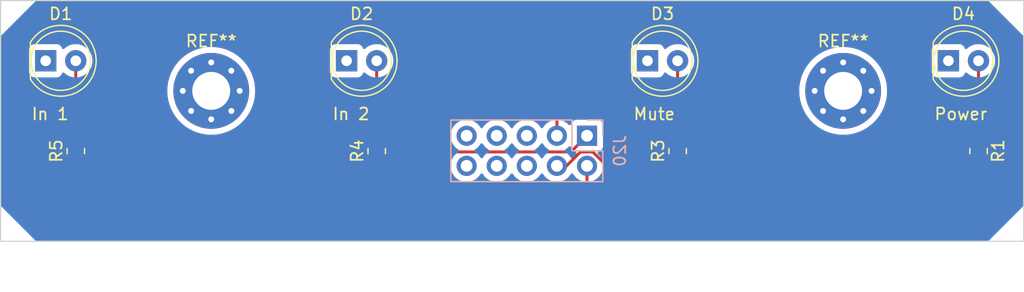
<source format=kicad_pcb>
(kicad_pcb (version 20221018) (generator pcbnew)
  (title_block (title "LED Panel") (date "2023-11-23") (rev "1") (company "Daniel Machnik Sounddesign und Tontechnik") (comment 1 "SimpleSwitcher"))
  (layers (0 "F.Cu" signal) (31 "B.Cu" signal) (34 "B.Paste" user) (35 "F.Paste" user) (36 "B.SilkS" user "B.Silkscreen") (37 "F.SilkS" user "F.Silkscreen") (38 "B.Mask" user) (39 "F.Mask" user) (44 "Edge.Cuts" user))
  (net 0 "")
  (footprint "Resistor_SMD:R_0805_2012Metric" (layer "F.Cu") (at 107.95 106.68 90)
    (fp_text reference "R5" (at 0 -1.65 90) (layer "F.SilkS"))
    (fp_text value "160")
    (fp_line (start -0.227064 -0.735) (end 0.227064 -0.735) (stroke (width 0.12)) (layer "F.SilkS"))
    (fp_line (start -0.227064 0.735) (end 0.227064 0.735) (stroke (width 0.12)) (layer "F.SilkS"))
    (pad "1" smd roundrect (at -0.9125 0 90) (size 1.025 1.4) (layers "F.Cu" "F.Paste" "F.Mask") (roundrect_rratio 0.243902439))
    (pad "2" smd roundrect (at 0.9125 0 90) (size 1.025 1.4) (layers "F.Cu" "F.Paste" "F.Mask") (roundrect_rratio 0.243902439))
  )
  (footprint "LED_THT:LED_D5.0mm" (layer "F.Cu") (at 156.205 99.06)
    (fp_text reference "D3" (at 1.27 -3.96) (layer "F.SilkS"))
    (fp_text value "LED")
    (fp_line (start -1.29 -1.545) (end -1.29 1.545) (stroke (width 0.12)) (layer "F.SilkS"))
    (fp_arc (start -1.29 -1.54483) (mid 2.072002 -2.880433) (end 4.26 0.000462) (stroke (width 0.12)) (layer "F.SilkS"))
    (fp_arc (start 4.26 -0.000462) (mid 2.072002 2.880433) (end -1.29 1.54483) (stroke (width 0.12)) (layer "F.SilkS"))
    (fp_circle (center 1.27 0) (end 3.77 0) (stroke (width 0.12)) (fill none) (layer "F.SilkS"))
    (pad "1" thru_hole rect (at 0 0) (size 1.8 1.8) (drill 0.9) (layers "*.Cu" "*.Mask"))
    (pad "2" thru_hole circle (at 2.54 0) (size 1.8 1.8) (drill 0.9) (layers "*.Cu" "*.Mask"))
  )
  (footprint "LED_THT:LED_D5.0mm" (layer "F.Cu") (at 105.405 99.06)
    (fp_text reference "D1" (at 1.27 -3.96) (layer "F.SilkS"))
    (fp_text value "LED")
    (fp_line (start -1.29 -1.545) (end -1.29 1.545) (stroke (width 0.12)) (layer "F.SilkS"))
    (fp_arc (start -1.29 -1.54483) (mid 2.072002 -2.880433) (end 4.26 0.000462) (stroke (width 0.12)) (layer "F.SilkS"))
    (fp_arc (start 4.26 -0.000462) (mid 2.072002 2.880433) (end -1.29 1.54483) (stroke (width 0.12)) (layer "F.SilkS"))
    (fp_circle (center 1.27 0) (end 3.77 0) (stroke (width 0.12)) (fill none) (layer "F.SilkS"))
    (pad "1" thru_hole rect (at 0 0) (size 1.8 1.8) (drill 0.9) (layers "*.Cu" "*.Mask"))
    (pad "2" thru_hole circle (at 2.54 0) (size 1.8 1.8) (drill 0.9) (layers "*.Cu" "*.Mask"))
  )
  (footprint "MountingHole:MountingHole_3.2mm_M3_Pad_Via" (layer "F.Cu") (at 119.38 101.6)
    (fp_text reference "REF**" (at 0 -4.2) (layer "F.SilkS"))
    (fp_text value "MountingHole_3.2mm_M3_Pad_Via")
    (pad "1" thru_hole circle (at -2.4 0) (size 0.8 0.8) (drill 0.5) (layers "*.Cu" "*.Mask"))
    (pad "1" thru_hole circle (at -1.697056 -1.697056) (size 0.8 0.8) (drill 0.5) (layers "*.Cu" "*.Mask"))
    (pad "1" thru_hole circle (at -1.697056 1.697056) (size 0.8 0.8) (drill 0.5) (layers "*.Cu" "*.Mask"))
    (pad "1" thru_hole circle (at 0 -2.4) (size 0.8 0.8) (drill 0.5) (layers "*.Cu" "*.Mask"))
    (pad "1" thru_hole circle (at 0 0) (size 6.4 6.4) (drill 3.2) (layers "*.Cu" "*.Mask"))
    (pad "1" thru_hole circle (at 0 2.4) (size 0.8 0.8) (drill 0.5) (layers "*.Cu" "*.Mask"))
    (pad "1" thru_hole circle (at 1.697056 -1.697056) (size 0.8 0.8) (drill 0.5) (layers "*.Cu" "*.Mask"))
    (pad "1" thru_hole circle (at 1.697056 1.697056) (size 0.8 0.8) (drill 0.5) (layers "*.Cu" "*.Mask"))
    (pad "1" thru_hole circle (at 2.4 0) (size 0.8 0.8) (drill 0.5) (layers "*.Cu" "*.Mask"))
  )
  (footprint "Resistor_SMD:R_0805_2012Metric" (layer "F.Cu") (at 158.75 106.68 90)
    (fp_text reference "R3" (at 0 -1.65 90) (layer "F.SilkS"))
    (fp_text value "160")
    (fp_line (start -0.227064 -0.735) (end 0.227064 -0.735) (stroke (width 0.12)) (layer "F.SilkS"))
    (fp_line (start -0.227064 0.735) (end 0.227064 0.735) (stroke (width 0.12)) (layer "F.SilkS"))
    (pad "1" smd roundrect (at -0.9125 0 90) (size 1.025 1.4) (layers "F.Cu" "F.Paste" "F.Mask") (roundrect_rratio 0.243902439))
    (pad "2" smd roundrect (at 0.9125 0 90) (size 1.025 1.4) (layers "F.Cu" "F.Paste" "F.Mask") (roundrect_rratio 0.243902439))
  )
  (footprint "LED_THT:LED_D5.0mm" (layer "F.Cu") (at 181.605 99.06)
    (fp_text reference "D4" (at 1.27 -3.96) (layer "F.SilkS"))
    (fp_text value "LED")
    (fp_line (start -1.29 -1.545) (end -1.29 1.545) (stroke (width 0.12)) (layer "F.SilkS"))
    (fp_arc (start -1.29 -1.54483) (mid 2.072002 -2.880433) (end 4.26 0.000462) (stroke (width 0.12)) (layer "F.SilkS"))
    (fp_arc (start 4.26 -0.000462) (mid 2.072002 2.880433) (end -1.29 1.54483) (stroke (width 0.12)) (layer "F.SilkS"))
    (fp_circle (center 1.27 0) (end 3.77 0) (stroke (width 0.12)) (fill none) (layer "F.SilkS"))
    (pad "1" thru_hole rect (at 0 0) (size 1.8 1.8) (drill 0.9) (layers "*.Cu" "*.Mask"))
    (pad "2" thru_hole circle (at 2.54 0) (size 1.8 1.8) (drill 0.9) (layers "*.Cu" "*.Mask"))
  )
  (footprint "Resistor_SMD:R_0805_2012Metric" (layer "F.Cu") (at 184.15 106.68 -90)
    (fp_text reference "R1" (at 0 -1.65 90) (layer "F.SilkS"))
    (fp_text value "160")
    (fp_line (start -0.227064 -0.735) (end 0.227064 -0.735) (stroke (width 0.12)) (layer "F.SilkS"))
    (fp_line (start -0.227064 0.735) (end 0.227064 0.735) (stroke (width 0.12)) (layer "F.SilkS"))
    (pad "1" smd roundrect (at -0.9125 0 270) (size 1.025 1.4) (layers "F.Cu" "F.Paste" "F.Mask") (roundrect_rratio 0.243902439))
    (pad "2" smd roundrect (at 0.9125 0 270) (size 1.025 1.4) (layers "F.Cu" "F.Paste" "F.Mask") (roundrect_rratio 0.243902439))
  )
  (footprint "Resistor_SMD:R_0805_2012Metric" (layer "F.Cu") (at 133.35 106.68 90)
    (fp_text reference "R4" (at 0 -1.65 90) (layer "F.SilkS"))
    (fp_text value "160")
    (fp_line (start -0.227064 -0.735) (end 0.227064 -0.735) (stroke (width 0.12)) (layer "F.SilkS"))
    (fp_line (start -0.227064 0.735) (end 0.227064 0.735) (stroke (width 0.12)) (layer "F.SilkS"))
    (pad "1" smd roundrect (at -0.9125 0 90) (size 1.025 1.4) (layers "F.Cu" "F.Paste" "F.Mask") (roundrect_rratio 0.243902439))
    (pad "2" smd roundrect (at 0.9125 0 90) (size 1.025 1.4) (layers "F.Cu" "F.Paste" "F.Mask") (roundrect_rratio 0.243902439))
  )
  (footprint "MountingHole:MountingHole_3.2mm_M3_Pad_Via" (layer "F.Cu") (at 172.72 101.6)
    (fp_text reference "REF**" (at 0 -4.2) (layer "F.SilkS"))
    (fp_text value "MountingHole_3.2mm_M3_Pad_Via")
    (pad "1" thru_hole circle (at -2.4 0) (size 0.8 0.8) (drill 0.5) (layers "*.Cu" "*.Mask"))
    (pad "1" thru_hole circle (at -1.697056 -1.697056) (size 0.8 0.8) (drill 0.5) (layers "*.Cu" "*.Mask"))
    (pad "1" thru_hole circle (at -1.697056 1.697056) (size 0.8 0.8) (drill 0.5) (layers "*.Cu" "*.Mask"))
    (pad "1" thru_hole circle (at 0 -2.4) (size 0.8 0.8) (drill 0.5) (layers "*.Cu" "*.Mask"))
    (pad "1" thru_hole circle (at 0 0) (size 6.4 6.4) (drill 3.2) (layers "*.Cu" "*.Mask"))
    (pad "1" thru_hole circle (at 0 2.4) (size 0.8 0.8) (drill 0.5) (layers "*.Cu" "*.Mask"))
    (pad "1" thru_hole circle (at 1.697056 -1.697056) (size 0.8 0.8) (drill 0.5) (layers "*.Cu" "*.Mask"))
    (pad "1" thru_hole circle (at 1.697056 1.697056) (size 0.8 0.8) (drill 0.5) (layers "*.Cu" "*.Mask"))
    (pad "1" thru_hole circle (at 2.4 0) (size 0.8 0.8) (drill 0.5) (layers "*.Cu" "*.Mask"))
  )
  (footprint "LED_THT:LED_D5.0mm" (layer "F.Cu") (at 130.805 99.06)
    (fp_text reference "D2" (at 1.27 -3.96) (layer "F.SilkS"))
    (fp_text value "LED")
    (fp_line (start -1.29 -1.545) (end -1.29 1.545) (stroke (width 0.12)) (layer "F.SilkS"))
    (fp_arc (start -1.29 -1.54483) (mid 2.072002 -2.880433) (end 4.26 0.000462) (stroke (width 0.12)) (layer "F.SilkS"))
    (fp_arc (start 4.26 -0.000462) (mid 2.072002 2.880433) (end -1.29 1.54483) (stroke (width 0.12)) (layer "F.SilkS"))
    (fp_circle (center 1.27 0) (end 3.77 0) (stroke (width 0.12)) (fill none) (layer "F.SilkS"))
    (pad "1" thru_hole rect (at 0 0) (size 1.8 1.8) (drill 0.9) (layers "*.Cu" "*.Mask"))
    (pad "2" thru_hole circle (at 2.54 0) (size 1.8 1.8) (drill 0.9) (layers "*.Cu" "*.Mask"))
  )
  (footprint "Connector_PinSocket_2.54mm:PinSocket_2x05_P2.54mm_Vertical" (layer "B.Cu") (at 151.1 105.39 90)
    (fp_text reference "J20" (at -1.27 2.77 90) (layer "B.SilkS") (effects (justify mirror)))
    (fp_text value "Conn_02x05_Counter_Clockwise")
    (fp_line (start -3.87 -11.49) (end 1.33 -11.49) (stroke (width 0.12)) (layer "B.SilkS"))
    (fp_line (start -3.87 1.33) (end -3.87 -11.49) (stroke (width 0.12)) (layer "B.SilkS"))
    (fp_line (start -3.87 1.33) (end -1.27 1.33) (stroke (width 0.12)) (layer "B.SilkS"))
    (fp_line (start -1.27 -1.27) (end 1.33 -1.27) (stroke (width 0.12)) (layer "B.SilkS"))
    (fp_line (start -1.27 1.33) (end -1.27 -1.27) (stroke (width 0.12)) (layer "B.SilkS"))
    (fp_line (start 0 1.33) (end 1.33 1.33) (stroke (width 0.12)) (layer "B.SilkS"))
    (fp_line (start 1.33 -1.27) (end 1.33 -11.49) (stroke (width 0.12)) (layer "B.SilkS"))
    (fp_line (start 1.33 1.33) (end 1.33 0) (stroke (width 0.12)) (layer "B.SilkS"))
    (pad "1" thru_hole rect (at 0 0 90) (size 1.7 1.7) (drill 1) (layers "*.Cu" "*.Mask"))
    (pad "2" thru_hole oval (at -2.54 0 90) (size 1.7 1.7) (drill 1) (layers "*.Cu" "*.Mask"))
    (pad "3" thru_hole oval (at 0 -2.54 90) (size 1.7 1.7) (drill 1) (layers "*.Cu" "*.Mask"))
    (pad "4" thru_hole oval (at -2.54 -2.54 90) (size 1.7 1.7) (drill 1) (layers "*.Cu" "*.Mask"))
    (pad "5" thru_hole oval (at 0 -5.08 90) (size 1.7 1.7) (drill 1) (layers "*.Cu" "*.Mask"))
    (pad "6" thru_hole oval (at -2.54 -5.08 90) (size 1.7 1.7) (drill 1) (layers "*.Cu" "*.Mask"))
    (pad "7" thru_hole oval (at 0 -7.62 90) (size 1.7 1.7) (drill 1) (layers "*.Cu" "*.Mask"))
    (pad "8" thru_hole oval (at -2.54 -7.62 90) (size 1.7 1.7) (drill 1) (layers "*.Cu" "*.Mask"))
    (pad "9" thru_hole oval (at 0 -10.16 90) (size 1.7 1.7) (drill 1) (layers "*.Cu" "*.Mask"))
    (pad "10" thru_hole oval (at -2.54 -10.16 90) (size 1.7 1.7) (drill 1) (layers "*.Cu" "*.Mask"))
  )
  (gr_rect (start 101.6 93.98) (end 187.96 114.3) (stroke (width 0.1)) (fill none) (layer "Edge.Cuts"))
  (gr_text "In 1" (at 104.14 104.14) (layer "F.SilkS") (effects (font (size 1 1)) (justify left bottom)))
  (gr_text "Mute" (at 154.94 104.14) (layer "F.SilkS") (effects (font (size 1 1)) (justify left bottom)))
  (gr_text "Power" (at 180.34 104.14) (layer "F.SilkS") (effects (font (size 1 1)) (justify left bottom)))
  (gr_text "In 2" (at 129.54 104.14) (layer "F.SilkS") (effects (font (size 1 1)) (justify left bottom)))
  (segment (start 133.35 105.7675) (end 133.345 105.7625) (width 0.25) (layer "F.Cu") (net 0))
  (segment (start 152.908 102.616) (end 149.352 102.616) (width 0.25) (layer "F.Cu") (net 0))
  (segment (start 183.3125 108.43) (end 153.261701 108.43) (width 0.25) (layer "F.Cu") (net 0))
  (segment (start 150.547 106.755) (end 149.372 107.93) (width 0.25) (layer "F.Cu") (net 0))
  (segment (start 133.345 105.7625) (end 133.345 99.06) (width 0.25) (layer "F.Cu") (net 0))
  (segment (start 158.75 107.5925) (end 157.8845 107.5925) (width 0.25) (layer "F.Cu") (net 0))
  (segment (start 151.586701 106.755) (end 150.547 106.755) (width 0.25) (layer "F.Cu") (net 0))
  (segment (start 151.1 109.758) (end 151.1 107.93) (width 0.25) (layer "F.Cu") (net 0))
  (segment (start 150.368 110.49) (end 151.1 109.758) (width 0.25) (layer "F.Cu") (net 0))
  (segment (start 107.95 105.7675) (end 107.945 105.7625) (width 0.25) (layer "F.Cu") (net 0))
  (segment (start 148.56 103.408) (end 148.56 105.39) (width 0.25) (layer "F.Cu") (net 0))
  (segment (start 158.745 105.7625) (end 158.75 105.7675) (width 0.25) (layer "F.Cu") (net 0))
  (segment (start 138.938 110.49) (end 150.368 110.49) (width 0.25) (layer "F.Cu") (net 0))
  (segment (start 133.35 107.5925) (end 136.0405 107.5925) (width 0.25) (layer "F.Cu") (net 0))
  (segment (start 184.15 107.5925) (end 183.3125 108.43) (width 0.25) (layer "F.Cu") (net 0))
  (segment (start 149.372 107.93) (end 148.56 107.93) (width 0.25) (layer "F.Cu") (net 0))
  (segment (start 157.8845 107.5925) (end 152.908 102.616) (width 0.25) (layer "F.Cu") (net 0))
  (segment (start 184.145 105.7625) (end 184.145 99.06) (width 0.25) (layer "F.Cu") (net 0))
  (segment (start 153.261701 108.43) (end 151.586701 106.755) (width 0.25) (layer "F.Cu") (net 0))
  (segment (start 158.745 99.06) (end 158.745 105.7625) (width 0.25) (layer "F.Cu") (net 0))
  (segment (start 149.352 102.616) (end 148.56 103.408) (width 0.25) (layer "F.Cu") (net 0))
  (segment (start 108.7875 106.755) (end 149.735 106.755) (width 0.25) (layer "F.Cu") (net 0))
  (segment (start 184.15 105.7675) (end 184.145 105.7625) (width 0.25) (layer "F.Cu") (net 0))
  (segment (start 107.945 105.7625) (end 107.945 99.06) (width 0.25) (layer "F.Cu") (net 0))
  (segment (start 136.0405 107.5925) (end 138.938 110.49) (width 0.25) (layer "F.Cu") (net 0))
  (segment (start 149.735 106.755) (end 151.1 105.39) (width 0.25) (layer "F.Cu") (net 0))
  (segment (start 107.95 107.5925) (end 108.7875 106.755) (width 0.25) (layer "F.Cu") (net 0))
  (zone (net 0) (net_name "") (layer "B.Cu") (priority 1) (connect_pads (clearance 0.5)) (min_thickness 0.25) (fill yes (thermal_gap 0.5) (thermal_bridge_width 0.5) (smoothing chamfer) (radius 3))
    (polygon (pts (xy 101.6 93.98) (xy 101.6 114.3) (xy 187.96 114.3) (xy 187.96 93.98)))
  )
)
</source>
